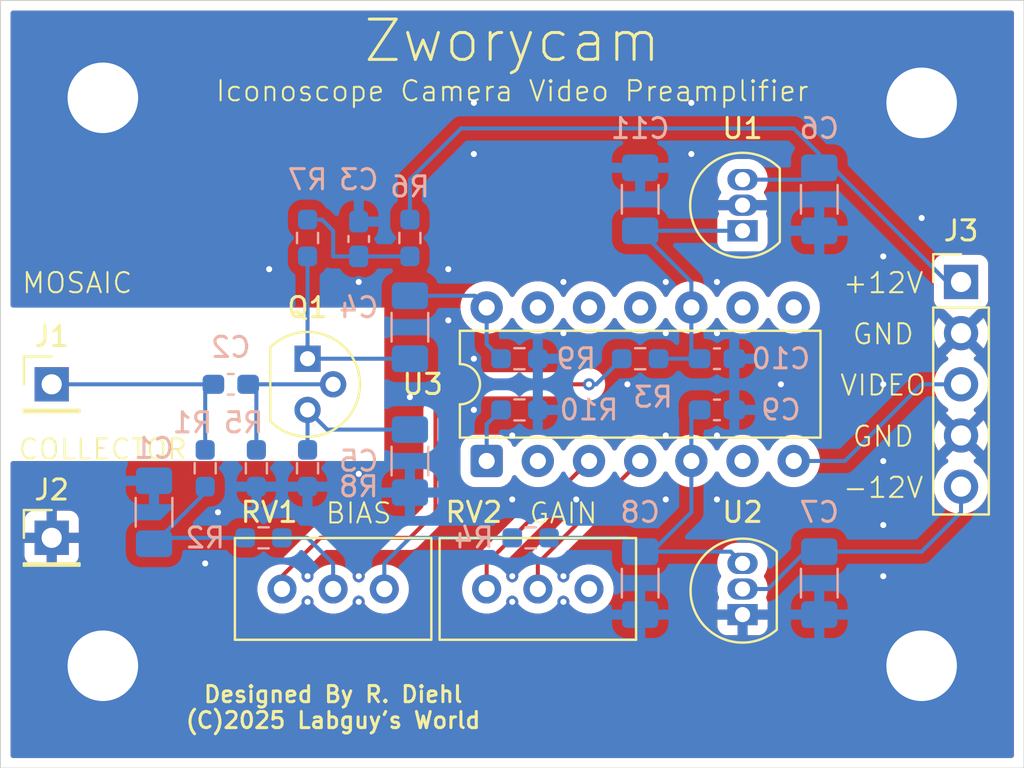
<source format=kicad_pcb>
(kicad_pcb
	(version 20241229)
	(generator "pcbnew")
	(generator_version "9.0")
	(general
		(thickness 1.6)
		(legacy_teardrops no)
	)
	(paper "A")
	(layers
		(0 "F.Cu" signal)
		(2 "B.Cu" signal)
		(9 "F.Adhes" user "F.Adhesive")
		(11 "B.Adhes" user "B.Adhesive")
		(13 "F.Paste" user)
		(15 "B.Paste" user)
		(5 "F.SilkS" user "F.Silkscreen")
		(7 "B.SilkS" user "B.Silkscreen")
		(1 "F.Mask" user)
		(3 "B.Mask" user)
		(17 "Dwgs.User" user "User.Drawings")
		(19 "Cmts.User" user "User.Comments")
		(21 "Eco1.User" user "User.Eco1")
		(23 "Eco2.User" user "User.Eco2")
		(25 "Edge.Cuts" user)
		(27 "Margin" user)
		(31 "F.CrtYd" user "F.Courtyard")
		(29 "B.CrtYd" user "B.Courtyard")
		(35 "F.Fab" user)
		(33 "B.Fab" user)
		(39 "User.1" user)
		(41 "User.2" user)
		(43 "User.3" user)
		(45 "User.4" user)
	)
	(setup
		(pad_to_mask_clearance 0)
		(allow_soldermask_bridges_in_footprints no)
		(tenting front back)
		(pcbplotparams
			(layerselection 0x00000000_00000000_55555555_5755f5ff)
			(plot_on_all_layers_selection 0x00000000_00000000_00000000_00000000)
			(disableapertmacros no)
			(usegerberextensions no)
			(usegerberattributes yes)
			(usegerberadvancedattributes yes)
			(creategerberjobfile yes)
			(dashed_line_dash_ratio 12.000000)
			(dashed_line_gap_ratio 3.000000)
			(svgprecision 4)
			(plotframeref no)
			(mode 1)
			(useauxorigin no)
			(hpglpennumber 1)
			(hpglpenspeed 20)
			(hpglpendiameter 15.000000)
			(pdf_front_fp_property_popups yes)
			(pdf_back_fp_property_popups yes)
			(pdf_metadata yes)
			(pdf_single_document no)
			(dxfpolygonmode yes)
			(dxfimperialunits yes)
			(dxfusepcbnewfont yes)
			(psnegative no)
			(psa4output no)
			(plot_black_and_white yes)
			(sketchpadsonfab no)
			(plotpadnumbers no)
			(hidednponfab no)
			(sketchdnponfab yes)
			(crossoutdnponfab yes)
			(subtractmaskfromsilk no)
			(outputformat 1)
			(mirror no)
			(drillshape 1)
			(scaleselection 1)
			(outputdirectory "")
		)
	)
	(net 0 "")
	(net 1 "Net-(C1-Pad1)")
	(net 2 "GND")
	(net 3 "Net-(Q1-G)")
	(net 4 "Net-(J1-Pin_1)")
	(net 5 "Net-(C3-Pad1)")
	(net 6 "Net-(C4-Pad2)")
	(net 7 "Net-(Q1-D)")
	(net 8 "Net-(Q1-S)")
	(net 9 "Net-(J3-Pin_1)")
	(net 10 "Net-(J3-Pin_5)")
	(net 11 "Net-(U2-VO)")
	(net 12 "Net-(U1-VO)")
	(net 13 "Net-(J3-Pin_3)")
	(net 14 "Net-(R2-Pad2)")
	(net 15 "Net-(R3-Pad2)")
	(net 16 "Net-(R4-Pad1)")
	(net 17 "Net-(R10-Pad1)")
	(net 18 "Net-(U3-1B)")
	(net 19 "Net-(U3-2B)")
	(net 20 "unconnected-(U3-NC-Pad13)")
	(net 21 "unconnected-(U3-NC-Pad2)")
	(net 22 "unconnected-(U3-1A-Pad11)")
	(net 23 "unconnected-(U3-NC-Pad9)")
	(net 24 "unconnected-(U3-Pad8)")
	(net 25 "unconnected-(U3-2A-Pad12)")
	(net 26 "unconnected-(U3-NC-Pad6)")
	(footprint "MountingHole:MountingHole_3.5mm_Pad" (layer "F.Cu") (at 106.68 87.38))
	(footprint "Connector_PinHeader_2.54mm:PinHeader_1x05_P2.54mm_Vertical" (layer "F.Cu") (at 149.275 96.52))
	(footprint "MountingHole:MountingHole_3.5mm_Pad" (layer "F.Cu") (at 147.32 87.63))
	(footprint "Package_TO_SOT_THT:TO-92" (layer "F.Cu") (at 116.84 100.33 -90))
	(footprint "MountingHole:MountingHole_3.5mm_Pad" (layer "F.Cu") (at 106.68 115.57))
	(footprint "Potentiometer_THT:Potentiometer_Bourns_3296W_Vertical" (layer "F.Cu") (at 125.73 111.76 180))
	(footprint "Connector_PinHeader_2.54mm:PinHeader_1x01_P2.54mm_Vertical" (layer "F.Cu") (at 104.14 109.22))
	(footprint "Connector_PinHeader_2.54mm:PinHeader_1x01_P2.54mm_Vertical" (layer "F.Cu") (at 104.14 101.6))
	(footprint "MountingHole:MountingHole_3.5mm_Pad" (layer "F.Cu") (at 147.32 115.57))
	(footprint "Potentiometer_THT:Potentiometer_Bourns_3296W_Vertical" (layer "F.Cu") (at 115.57 111.76 180))
	(footprint "Package_DIP:DIP-14_W7.62mm" (layer "F.Cu") (at 125.73 105.405 90))
	(footprint "Package_TO_SOT_THT:TO-92L_Inline" (layer "F.Cu") (at 138.43 113.03 90))
	(footprint "Package_TO_SOT_THT:TO-92_Inline" (layer "F.Cu") (at 138.43 93.98 90))
	(footprint "Capacitor_SMD:C_1206_3216Metric_Pad1.33x1.80mm_HandSolder" (layer "B.Cu") (at 133.35 111.4675 90))
	(footprint "Capacitor_SMD:C_1206_3216Metric_Pad1.33x1.80mm_HandSolder" (layer "B.Cu") (at 142.24 111.4675 90))
	(footprint "Capacitor_SMD:C_0603_1608Metric_Pad1.08x0.95mm_HandSolder" (layer "B.Cu") (at 137.16 102.87 180))
	(footprint "Resistor_SMD:R_0603_1608Metric_Pad0.98x0.95mm_HandSolder" (layer "B.Cu") (at 121.92 94.3375 -90))
	(footprint "Resistor_SMD:R_0603_1608Metric_Pad0.98x0.95mm_HandSolder" (layer "B.Cu") (at 116.84 105.7675 -90))
	(footprint "Capacitor_SMD:C_0603_1608Metric_Pad1.08x0.95mm_HandSolder" (layer "B.Cu") (at 119.38 94.3875 90))
	(footprint "Resistor_SMD:R_0603_1608Metric_Pad0.98x0.95mm_HandSolder" (layer "B.Cu") (at 127.9125 109.22))
	(footprint "Capacitor_SMD:C_1206_3216Metric_Pad1.33x1.80mm_HandSolder" (layer "B.Cu") (at 133.35 92.4175 90))
	(footprint "Capacitor_SMD:C_1206_3216Metric_Pad1.33x1.80mm_HandSolder" (layer "B.Cu") (at 121.92 105.41 -90))
	(footprint "Capacitor_SMD:C_0603_1608Metric_Pad1.08x0.95mm_HandSolder" (layer "B.Cu") (at 137.16 100.33 180))
	(footprint "Resistor_SMD:R_0603_1608Metric_Pad0.98x0.95mm_HandSolder" (layer "B.Cu") (at 127.3575 102.87))
	(footprint "Resistor_SMD:R_0603_1608Metric_Pad0.98x0.95mm_HandSolder" (layer "B.Cu") (at 114.3 105.7675 -90))
	(footprint "Capacitor_SMD:C_1206_3216Metric_Pad1.33x1.80mm_HandSolder" (layer "B.Cu") (at 142.24 92.4175 -90))
	(footprint "Resistor_SMD:R_0603_1608Metric_Pad0.98x0.95mm_HandSolder" (layer "B.Cu") (at 116.84 94.3375 -90))
	(footprint "Resistor_SMD:R_0603_1608Metric_Pad0.98x0.95mm_HandSolder" (layer "B.Cu") (at 114.6575 109.22))
	(footprint "Capacitor_SMD:C_1206_3216Metric_Pad1.33x1.80mm_HandSolder" (layer "B.Cu") (at 121.92 98.7675 90))
	(footprint "Resistor_SMD:R_0603_1608Metric_Pad0.98x0.95mm_HandSolder" (layer "B.Cu") (at 127.3575 100.33))
	(footprint "Capacitor_SMD:C_0603_1608Metric_Pad1.08x0.95mm_HandSolder" (layer "B.Cu") (at 113.03 101.6))
	(footprint "Resistor_SMD:R_0603_1608Metric_Pad0.98x0.95mm_HandSolder" (layer "B.Cu") (at 133.35 100.33 180))
	(footprint "Capacitor_SMD:C_1206_3216Metric_Pad1.33x1.80mm_HandSolder" (layer "B.Cu") (at 109.22 107.95 90))
	(footprint "Resistor_SMD:R_0603_1608Metric_Pad0.98x0.95mm_HandSolder" (layer "B.Cu") (at 111.76 105.7675 -90))
	(gr_line
		(start 101.6 82.55)
		(end 101.6 120.65)
		(stroke
			(width 0.05)
			(type default)
		)
		(layer "Edge.Cuts")
		(uuid "08f7812d-d808-4ae1-8a7f-130c60b56d3b")
	)
	(gr_line
		(start 152.4 120.65)
		(end 152.4 101.6)
		(stroke
			(width 0.05)
			(type default)
		)
		(layer "Edge.Cuts")
		(uuid "27f4e402-76f9-4f3f-a274-27370cb0861b")
	)
	(gr_line
		(start 101.6 120.65)
		(end 152.4 120.65)
		(stroke
			(width 0.05)
			(type default)
		)
		(layer "Edge.Cuts")
		(uuid "63de0f25-526c-450b-8808-50837d7e9ed7")
	)
	(gr_line
		(start 152.4 82.55)
		(end 101.6 82.55)
		(stroke
			(width 0.05)
			(type default)
		)
		(layer "Edge.Cuts")
		(uuid "bcf6ce97-2c11-4b48-b9dc-633feffe2a3f")
	)
	(gr_line
		(start 152.4 101.6)
		(end 152.4 82.55)
		(stroke
			(width 0.05)
			(type default)
		)
		(layer "Edge.Cuts")
		(uuid "f5072b3f-4ab5-4317-9a0c-06180e422b3e")
	)
	(gr_text "-12V"
		(at 145.415 107.315 0)
		(layer "F.SilkS")
		(uuid "382f8230-10c8-4de0-9fa0-1389dd368831")
		(effects
			(font
				(size 1 1)
				(thickness 0.1)
			)
			(justify bottom)
		)
	)
	(gr_text "Zworycam"
		(at 127 85.725 0)
		(layer "F.SilkS")
		(uuid "4e11e959-fe10-4fed-aeb8-790e53c30ebf")
		(effects
			(font
				(size 2 2)
				(thickness 0.15)
			)
			(justify bottom)
		)
	)
	(gr_text "Designed By R. Diehl\n(C)2025 Labguy's World"
		(at 118.11 118.745 0)
		(layer "F.SilkS")
		(uuid "6e0d639b-6563-4323-a4c3-9aefb9020f15")
		(effects
			(font
				(size 0.8 0.8)
				(thickness 0.15)
				(bold yes)
			)
			(justify bottom)
		)
	)
	(gr_text "COLLECTOR"
		(at 106.68 105.41 0)
		(layer "F.SilkS")
		(uuid "866eeb64-1ca6-442a-997c-fb8eb600cc77")
		(effects
			(font
				(size 1 1)
				(thickness 0.1)
			)
			(justify bottom)
		)
	)
	(gr_text "BIAS"
		(at 119.38 108.585 0)
		(layer "F.SilkS")
		(uuid "9728bf16-da9a-4c59-b652-2b9f2925de0b")
		(effects
			(font
				(size 1 1)
				(thickness 0.1)
			)
			(justify bottom)
		)
	)
	(gr_text "GND"
		(at 145.415 104.775 0)
		(layer "F.SilkS")
		(uuid "a6445ed9-f273-4192-8910-112f67278684")
		(effects
			(font
				(size 1 1)
				(thickness 0.1)
			)
			(justify bottom)
		)
	)
	(gr_text "GAIN"
		(at 129.54 108.585 0)
		(layer "F.SilkS")
		(uuid "a861612a-73dc-44cd-9c55-5dfea9c372db")
		(effects
			(font
				(size 1 1)
				(thickness 0.1)
			)
			(justify bottom)
		)
	)
	(gr_text "GND"
		(at 145.415 99.695 0)
		(layer "F.SilkS")
		(uuid "b1062896-e065-4932-9eae-71f08beace81")
		(effects
			(font
				(size 1 1)
				(thickness 0.1)
			)
			(justify bottom)
		)
	)
	(gr_text "MOSAIC"
		(at 105.41 97.155 0)
		(layer "F.SilkS")
		(uuid "b356df9b-b133-4132-8681-ee108559b93a")
		(effects
			(font
				(size 1 1)
				(thickness 0.1)
			)
			(justify bottom)
		)
	)
	(gr_text "Iconoscope Camera Video Preamplifier"
		(at 127 87.63 0)
		(layer "F.SilkS")
		(uuid "bbd93e4c-164e-4a66-88df-e1f692313949")
		(effects
			(font
				(size 1 1)
				(thickness 0.1)
			)
			(justify bottom)
		)
	)
	(gr_text "VIDEO"
		(at 145.415 102.235 0)
		(layer "F.SilkS")
		(uuid "f3d54c42-8b75-4b08-ab79-6276247b5a00")
		(effects
			(font
				(size 1 1)
				(thickness 0.1)
			)
			(justify bottom)
		)
	)
	(gr_text "+12V"
		(at 145.415 97.155 0)
		(layer "F.SilkS")
		(uuid "fdb59220-29f1-45d2-a911-b410855ad972")
		(effects
			(font
				(size 1 1)
				(thickness 0.1)
			)
			(justify bottom)
		)
	)
	(segment
		(start 113.745 109.22)
		(end 109.5125 109.22)
		(width 0.2)
		(layer "B.Cu")
		(net 1)
		(uuid "1fff430d-d0b3-43c1-afa6-57ece1a09608")
	)
	(segment
		(start 109.5125 109.22)
		(end 109.22 109.5125)
		(width 0.2)
		(layer "B.Cu")
		(net 1)
		(uuid "8575d5fe-5ff0-4f21-916d-229b6a14fa74")
	)
	(segment
		(start 109.22 109.5125)
		(end 111.76 106.9725)
		(width 0.2)
		(layer "B.Cu")
		(net 1)
		(uuid "bfb2b65f-5baa-43f1-9dd4-81ccd12738e8")
	)
	(segment
		(start 111.76 106.9725)
		(end 111.76 106.68)
		(width 0.2)
		(layer "B.Cu")
		(net 1)
		(uuid "e59efd24-cf66-4e09-add9-85f5066c7072")
	)
	(via
		(at 127 107.315)
		(size 0.6)
		(drill 0.3)
		(layers "F.Cu" "B.Cu")
		(free yes)
		(net 2)
		(uuid "046dd23a-b882-433d-8a9c-dee1990bc679")
	)
	(via
		(at 134.62 104.14)
		(size 0.6)
		(drill 0.3)
		(layers "F.Cu" "B.Cu")
		(free yes)
		(net 2)
		(uuid "09d89bd7-88e5-4f03-a2b2-b5c4181b0211")
	)
	(via
		(at 127 104.14)
		(size 0.6)
		(drill 0.3)
		(layers "F.Cu" "B.Cu")
		(free yes)
		(net 2)
		(uuid "0ca07af0-6a31-40a9-90e9-bf91d6264fdd")
	)
	(via
		(at 130.175 107.315)
		(size 0.6)
		(drill 0.3)
		(layers "F.Cu" "B.Cu")
		(free yes)
		(net 2)
		(uuid "0df8d899-9b3f-4cb4-978a-5772c0e0aaf1")
	)
	(via
		(at 129.54 99.06)
		(size 0.6)
		(drill 0.3)
		(layers "F.Cu" "B.Cu")
		(free yes)
		(net 2)
		(uuid "0e1dd54b-f4b8-4087-9658-05979d6b4422")
	)
	(via
		(at 132.715 101.6)
		(size 0.6)
		(drill 0.3)
		(layers "F.Cu" "B.Cu")
		(free yes)
		(net 2)
		(uuid "1198e7eb-093f-4726-a8a3-6c69d870b92b")
	)
	(via
		(at 145.415 101.6)
		(size 0.6)
		(drill 0.3)
		(layers "F.Cu" "B.Cu")
		(free yes)
		(net 2)
		(uuid "13b62900-2cc5-436c-81cc-f1622e7f7aa7")
	)
	(via
		(at 116.84 111.125)
		(size 0.6)
		(drill 0.3)
		(layers "F.Cu" "B.Cu")
		(free yes)
		(net 2)
		(uuid "15c9ecc4-7565-4cf3-bb6b-6a25879648bc")
	)
	(via
		(at 145.415 108.585)
		(size 0.6)
		(drill 0.3)
		(layers "F.Cu" "B.Cu")
		(free yes)
		(net 2)
		(uuid "23bc0406-89e3-40cb-a691-67ec59c18ea7")
	)
	(via
		(at 145.415 105.41)
		(size 0.6)
		(drill 0.3)
		(layers "F.Cu" "B.Cu")
		(free yes)
		(net 2)
		(uuid "25480e23-d751-4872-b4d1-91040defc0b5")
	)
	(via
		(at 129.54 112.395)
		(size 0.6)
		(drill 0.3)
		(layers "F.Cu" "B.Cu")
		(free yes)
		(net 2)
		(uuid "2ae3554c-ce3c-4aec-b4d0-c81db3f282de")
	)
	(via
		(at 134.62 96.52)
		(size 0.6)
		(drill 0.3)
		(layers "F.Cu" "B.Cu")
		(free yes)
		(net 2)
		(uuid "356f2cf0-ec1e-4acc-b056-b16b83f87ada")
	)
	(via
		(at 116.84 112.395)
		(size 0.6)
		(drill 0.3)
		(layers "F.Cu" "B.Cu")
		(free yes)
		(net 2)
		(uuid "3590aa76-0569-4b71-a780-cdda6895f705")
	)
	(via
		(at 112.395 107.95)
		(size 0.6)
		(drill 0.3)
		(layers "F.Cu" "B.Cu")
		(free yes)
		(net 2)
		(uuid "47d74d87-7f4f-4dbe-ba00-462c5917cfd0")
	)
	(via
		(at 125.095 87.63)
		(size 0.6)
		(drill 0.3)
		(layers "F.Cu" "B.Cu")
		(free yes)
		(net 2)
		(uuid "5207e891-5949-4ecf-a16c-fb6abe8d493d")
	)
	(via
		(at 145.415 111.125)
		(size 0.6)
		(drill 0.3)
		(layers "F.Cu" "B.Cu")
		(free yes)
		(net 2)
		(uuid "525bc581-04d4-4d06-be35-b3a56354ea8b")
	)
	(via
		(at 121.92 102.235)
		(size 0.6)
		(drill 0.3)
		(layers "F.Cu" "B.Cu")
		(free yes)
		(net 2)
		(uuid "569bf8b0-c1ba-4e16-b566-0d33bb732076")
	)
	(via
		(at 147.32 93.345)
		(size 0.6)
		(drill 0.3)
		(layers "F.Cu" "B.Cu")
		(free yes)
		(net 2)
		(uuid "5ab8b59c-c237-45c3-a862-9fec4d0aa5f0")
	)
	(via
		(at 137.16 104.14)
		(size 0.6)
		(drill 0.3)
		(layers "F.Cu" "B.Cu")
		(free yes)
		(net 2)
		(uuid "5f1df0e0-847f-4a63-90e4-ba83a3e12886")
	)
	(via
		(at 111.76 110.49)
		(size 0.6)
		(drill 0.3)
		(layers "F.Cu" "B.Cu")
		(free yes)
		(net 2)
		(uuid "6117c49f-f4fb-4b8c-860a-495e0f6a66ab")
	)
	(via
		(at 129.54 96.52)
		(size 0.6)
		(drill 0.3)
		(layers "F.Cu" "B.Cu")
		(free yes)
		(net 2)
		(uuid "650bdc61-ece5-4b2d-a504-6c69df17a549")
	)
	(via
		(at 145.415 95.25)
		(size 0.6)
		(drill 0.3)
		(layers "F.Cu" "B.Cu")
		(free yes)
		(net 2)
		(uuid "6a0ea192-31d8-4d74-a499-6531f1c27c11")
	)
	(via
		(at 127 112.395)
		(size 0.6)
		(drill 0.3)
		(layers "F.Cu" "B.Cu")
		(free yes)
		(net 2)
		(uuid "70cbaa7b-f90c-4762-b338-dba154112db8")
	)
	(via
		(at 129.54 111.125)
		(size 0.6)
		(drill 0.3)
		(layers "F.Cu" "B.Cu")
		(free yes)
		(net 2)
		(uuid "74804e06-ab0f-46ce-b880-b0fe61649079")
	)
	(via
		(at 119.38 96.52)
		(size 0.6)
		(drill 0.3)
		(layers "F.Cu" "B.Cu")
		(free yes)
		(net 2)
		(uuid "76421eee-aced-4119-807b-14cc046abb41")
	)
	(via
		(at 114.935 95.885)
		(size 0.6)
		(drill 0.3)
		(layers "F.Cu" "B.Cu")
		(free yes)
		(net 2)
		(uuid "79b8c451-b6d5-40ed-a140-86e5740376bc")
	)
	(via
		(at 123.825 98.425)
		(size 0.6)
		(drill 0.3)
		(layers "F.Cu" "B.Cu")
		(free yes)
		(net 2)
		(uuid "7a11f7f7-d9fb-4175-9b00-5d84ae2d0ded")
	)
	(via
		(at 125.095 102.87)
		(size 0.6)
		(drill 0.3)
		(layers "F.Cu" "B.Cu")
		(free yes)
		(net 2)
		(uuid "7b325c64-5876-4f89-bcc0-8ec5c1381f6a")
	)
	(via
		(at 125.095 100.33)
		(size 0.6)
		(drill 0.3)
		(layers "F.Cu" "B.Cu")
		(free yes)
		(net 2)
		(uuid "7c89dc81-8414-46d2-946f-adb2d0bb10db")
	)
	(via
		(at 119.38 106.045)
		(size 0.6)
		(drill 0.3)
		(layers "F.Cu" "B.Cu")
		(free yes)
		(net 2)
		(uuid "89c29dc3-f264-46a2-b9e3-001cd2849689")
	)
	(via
		(at 125.095 90.17)
		(size 0.6)
		(drill 0.3)
		(layers "F.Cu" "B.Cu")
		(free yes)
		(net 2)
		(uuid "9561d6ce-fe78-4a60-b831-05548e86aa43")
	)
	(via
		(at 134.62 99.06)
		(size 0.6)
		(drill 0.3)
		(layers "F.Cu" "B.Cu")
		(free yes)
		(net 2)
		(uuid "99ab3fd0-236d-47ea-9d45-2fbf43d97587")
	)
	(via
		(at 119.38 112.395)
		(size 0.6)
		(drill 0.3)
		(layers "F.Cu" "B.Cu")
		(free yes)
		(net 2)
		(uuid "9a264954-c6c5-4850-a2c6-92da9186195a")
	)
	(via
		(at 123.825 95.885)
		(size 0.6)
		(drill 0.3)
		(layers "F.Cu" "B.Cu")
		(free yes)
		(net 2)
		(uuid "9c893e45-7783-428c-bd82-f107aa8b6925")
	)
	(via
		(at 135.89 87.63)
		(size 0.6)
		(drill 0.3)
		(layers "F.Cu" "B.Cu")
		(free yes)
		(net 2)
		(uuid "9e96a630-21b9-422c-b683-8c748318271a")
	)
	(via
		(at 134.62 107.315)
		(size 0.6)
		(drill 0.3)
		(layers "F.Cu" "B.Cu")
		(free yes)
		(net 2)
		(uuid "a39daf8c-cffe-418b-8b90-f733e9cbbc74")
	)
	(via
		(at 135.89 90.17)
		(size 0.6)
		(drill 0.3)
		(layers "F.Cu" "B.Cu")
		(free yes)
		(net 2)
		(uuid "bde2105a-b07c-4f45-953c-6cd856871ba9")
	)
	(via
		(at 137.16 99.06)
		(size 0.6)
		(drill 0.3)
		(layers "F.Cu" "B.Cu")
		(free yes)
		(net 2)
		(uuid "cc6dd99e-1116-4a31-a1db-0bbfc1bb7435")
	)
	(via
		(at 137.16 107.315)
		(size 0.6)
		(drill 0.3)
		(layers "F.Cu" "B.Cu")
		(free yes)
		(net 2)
		(uuid "d5d8c879-50b8-4ae9-91ea-4f590ee5e072")
	)
	(via
		(at 140.335 101.6)
		(size 0.6)
		(drill 0.3)
		(layers "F.Cu" "B.Cu")
		(free yes)
		(net 2)
		(uuid "e15602c2-5ca2-47c9-9d50-5f90cb7b1ec1")
	)
	(via
		(at 119.38 111.125)
		(size 0.6)
		(drill 0.3)
		(layers "F.Cu" "B.Cu")
		(free yes)
		(net 2)
		(uuid "e5f72eec-481f-4004-b544-040c5a9e4ce5")
	)
	(via
		(at 127 111.125)
		(size 0.6)
		(drill 0.3)
		(layers "F.Cu" "B.Cu")
		(free yes)
		(net 2)
		(uuid "ee1419b6-1168-471b-b53d-c6e06099c76d")
	)
	(via
		(at 137.16 96.52)
		(size 0.6)
		(drill 0.3)
		(layers "F.Cu" "B.Cu")
		(free yes)
		(net 2)
		(uuid "fdabfb19-945a-48ef-8976-963b6a778fda")
	)
	(segment
		(start 138.43 92.71)
		(end 139.7 92.71)
		(width 0.2)
		(layer "B.Cu")
		(net 2)
		(uuid "365736f8-8ede-44f2-b899-28a0c6638ce4")
	)
	(segment
		(start 140.97 93.98)
		(end 142.24 93.98)
		(width 0.2)
		(layer "B.Cu")
		(net 2)
		(uuid "6cef972b-7a6c-42fe-a283-9e3b4d775abc")
	)
	(segment
		(start 135.305 90.855)
		(end 133.35 90.855)
		(width 0.2)
		(layer "B.Cu")
		(net 2)
		(uuid "751646e3-3a81-4f13-a7c8-8dd7c451cc82")
	)
	(segment
		(start 139.7 92.71)
		(end 140.97 93.98)
		(width 0.2)
		(layer "B.Cu")
		(net 2)
		(uuid "aa2061f0-9cf1-473a-aea1-f70ad6741d83")
	)
	(segment
		(start 137.16 92.71)
		(end 135.305 90.855)
		(width 0.2)
		(layer "B.Cu")
		(net 2)
		(uuid "b0f299f8-2b6f-4f0c-ac0b-ce97a0578169")
	)
	(segment
		(start 138.43 92.71)
		(end 137.16 92.71)
		(width 0.2)
		(layer "B.Cu")
		(net 2)
		(uuid "fc6cc2fc-0915-4edb-b2f7-71b2637768ee")
	)
	(segment
		(start 114.3 102.0075)
		(end 113.8925 101.6)
		(width 0.2)
		(layer "B.Cu")
		(net 3)
		(uuid "1cb6cb99-a9f6-4300-9484-8c045c66f855")
	)
	(segment
		(start 114.3 104.855)
		(end 114.3 102.0075)
		(width 0.2)
		(layer "B.Cu")
		(net 3)
		(uuid "a73fc8b0-072d-4654-b9aa-dfb52e1b4371")
	)
	(segment
		(start 113.8925 101.6)
		(end 118.11 101.6)
		(width 0.2)
		(layer "B.Cu")
		(net 3)
		(uuid "dcef0fef-816e-4444-b56b-2657ea13a03d")
	)
	(segment
		(start 111.76 104.855)
		(end 111.76 102.0075)
		(width 0.2)
		(layer "B.Cu")
		(net 4)
		(uuid "482c7e72-c722-4b38-a546-39f6d1d726c0")
	)
	(segment
		(start 104.14 101.6)
		(end 112.1675 101.6)
		(width 0.2)
		(layer "B.Cu")
		(net 4)
		(uuid "512c49d5-76f9-495b-8198-8edcda2f423b")
	)
	(segment
		(start 111.76 102.0075)
		(end 112.1675 101.6)
		(width 0.2)
		(layer "B.Cu")
		(net 4)
		(uuid "aac5eb91-f3cc-4c35-b57c-0b1fde124bd6")
	)
	(segment
		(start 118.11 95.25)
		(end 118.11 93.98)
		(width 0.2)
		(layer "B.Cu")
		(net 5)
		(uuid "294ae5aa-ce96-4c7e-bf1b-0b9043887884")
	)
	(segment
		(start 118.11 93.98)
		(end 117.555 93.425)
		(width 0.2)
		(layer "B.Cu")
		(net 5)
		(uuid "376d3944-2147-43ed-a7ff-69f41351befc")
	)
	(segment
		(start 119.38 95.25)
		(end 118.11 95.25)
		(width 0.2)
		(layer "B.Cu")
		(net 5)
		(uuid "67e63692-dc40-484e-bf43-1754749bec1f")
	)
	(segment
		(start 121.92 95.25)
		(end 119.38 95.25)
		(width 0.2)
		(layer "B.Cu")
		(net 5)
		(uuid "91a75a40-f82c-438a-abfa-21901eedf7bf")
	)
	(segment
		(start 117.555 93.425)
		(end 116.84 93.425)
		(width 0.2)
		(layer "B.Cu")
		(net 5)
		(uuid "ba707b42-3d75-4808-9c58-af4658ab79da")
	)
	(segment
		(start 125.15 97.205)
		(end 125.73 97.785)
		(width 0.2)
		(layer "B.Cu")
		(net 6)
		(uuid "aa48c248-af91-4976-a9e7-f9e2bc8ae0d8")
	)
	(segment
		(start 125.73 97.785)
		(end 125.73 99.615)
		(width 0.2)
		(layer "B.Cu")
		(net 6)
		(uuid "c186b679-98a3-4063-976d-3da5ecfb5e46")
	)
	(segment
		(start 125.73 99.615)
		(end 126.445 100.33)
		(width 0.2)
		(layer "B.Cu")
		(net 6)
		(uuid "ca6a1647-86a0-40ae-9de3-6a02a8831356")
	)
	(segment
		(start 121.92 97.205)
		(end 125.15 97.205)
		(width 0.2)
		(layer "B.Cu")
		(net 6)
		(uuid "f60baf67-5dc5-421b-81b5-0e34d8770da2")
	)
	(segment
		(start 116.84 100.33)
		(end 121.92 100.33)
		(width 0.2)
		(layer "B.Cu")
		(net 7)
		(uuid "3023e568-7edc-4bff-9913-880a61df82de")
	)
	(segment
		(start 116.84 100.33)
		(end 116.84 95.25)
		(width 0.2)
		(layer "B.Cu")
		(net 7)
		(uuid "68e30e4f-afb8-4489-b003-223e3ce48403")
	)
	(segment
		(start 121.92 103.8475)
		(end 117.8175 103.8475)
		(width 0.2)
		(layer "B.Cu")
		(net 8)
		(uuid "727af46d-9581-46cb-b10e-2902b166717f")
	)
	(segment
		(start 116.84 102.87)
		(end 116.84 104.855)
		(width 0.2)
		(layer "B.Cu")
		(net 8)
		(uuid "e7ce1f4f-0f80-4d4b-a1d6-c6c2f3a20a1b")
	)
	(segment
		(start 117.8175 103.8475)
		(end 116.84 102.87)
		(width 0.2)
		(layer "B.Cu")
		(net 8)
		(uuid "f673ffb1-d624-4a62-84d5-f5e4af8e6c61")
	)
	(segment
		(start 142.925 90.855)
		(end 148.59 96.52)
		(width 0.2)
		(layer "B.Cu")
		(net 9)
		(uuid "01a2758d-dc55-4d33-9fc4-7e98e7f73a90")
	)
	(segment
		(start 148.59 96.52)
		(end 149.275 96.52)
		(width 0.2)
		(layer "B.Cu")
		(net 9)
		(uuid "2ee86f65-7334-4514-a44b-f1a95e59c0f6")
	)
	(segment
		(start 142.24 90.855)
		(end 142.925 90.855)
		(width 0.2)
		(layer "B.Cu")
		(net 9)
		(uuid "3ff8aaac-441e-4c3f-a392-68e9deda9c3e")
	)
	(segment
		(start 138.43 91.44)
		(end 141.655 91.44)
		(width 0.2)
		(layer "B.Cu")
		(net 9)
		(uuid "4219cb35-aa68-4c4d-a091-bc3e6cddd34d")
	)
	(segment
		(start 124.46 88.9)
		(end 140.97 88.9)
		(width 0.2)
		(layer "B.Cu")
		(net 9)
		(uuid "5841159a-10c6-42be-8b05-b94cba8b81d1")
	)
	(segment
		(start 121.92 91.44)
		(end 124.46 88.9)
		(width 0.2)
		(layer "B.Cu")
		(net 9)
		(uuid "5e180b05-5071-464c-b4f7-4ef5b2fec92e")
	)
	(segment
		(start 141.655 91.44)
		(end 142.24 90.855)
		(width 0.2)
		(layer "B.Cu")
		(net 9)
		(uuid "8fee2236-2814-4340-955f-792c0dee8b0d")
	)
	(segment
		(start 140.97 88.9)
		(end 142.24 90.17)
		(width 0.2)
		(layer "B.Cu")
		(net 9)
		(uuid "945bea1e-0a79-44b0-b0ac-f764197bfb6f")
	)
	(segment
		(start 121.92 93.425)
		(end 121.92 91.44)
		(width 0.2)
		(layer "B.Cu")
		(net 9)
		(uuid "a48cf807-03f7-4200-8a5b-58451e920708")
	)
	(segment
		(start 142.24 90.17)
		(end 142.24 90.855)
		(width 0.2)
		(layer "B.Cu")
		(net 9)
		(uuid "a7bfcb1e-e209-42a1-a2f6-4ccf15ee5082")
	)
	(segment
		(start 149.275 107.95)
		(end 149.275 106.68)
		(width 0.2)
		(layer "B.Cu")
		(net 10)
		(uuid "559c0e7c-9f22-49ac-8fbf-9abae3bca1b2")
	)
	(segment
		(start 142.24 109.905)
		(end 147.32 109.905)
		(width 0.2)
		(layer "B.Cu")
		(net 10)
		(uuid "592dd61d-46ce-4676-beab-3b010601a868")
	)
	(segment
		(start 147.32 109.905)
		(end 149.275 107.95)
		(width 0.2)
		(layer "B.Cu")
		(net 10)
		(uuid "7b6e7425-e5c9-4e8e-9c7d-7674fa0775dd")
	)
	(segment
		(start 139.7 111.76)
		(end 141.555 109.905)
		(width 0.2)
		(layer "B.Cu")
		(net 10)
		(uuid "bf178e0b-e5f2-47fb-868d-2a036e64ad7e")
	)
	(segment
		(start 141.555 109.905)
		(end 142.24 109.905)
		(width 0.2)
		(layer "B.Cu")
		(net 10)
		(uuid "e0211659-e643-436c-a05c-992cc095ecf2")
	)
	(segment
		(start 138.43 111.76)
		(end 139.7 111.76)
		(width 0.2)
		(layer "B.Cu")
		(net 10)
		(uuid "ff1cde3d-19ab-48cd-9756-4f0d82063b8b")
	)
	(segment
		(start 133.35 109.905)
		(end 133.935 109.905)
		(width 0.2)
		(layer "B.Cu")
		(net 11)
		(uuid "0df0eaf1-22ad-4147-8224-affa56b41dc8")
	)
	(segment
		(start 132.665 109.22)
		(end 133.35 109.905)
		(width 0.2)
		(layer "B.Cu")
		(net 11)
		(uuid "3a7352a8-4176-4004-bbd7-18b53fb9dfeb")
	)
	(segment
		(start 135.89 105.405)
		(end 135.89 103.2775)
		(width 0.2)
		(layer "B.Cu")
		(net 11)
		(uuid "41b4f5a2-2c53-40df-99af-a1f347fa26c5")
	)
	(segment
		(start 135.89 103.2775)
		(end 136.2975 102.87)
		(width 0.2)
		(layer "B.Cu")
		(net 11)
		(uuid "5a7067e7-9cd1-4124-9277-cd8fa81f0962")
	)
	(segment
		(start 128.825 109.22)
		(end 132.665 109.22)
		(width 0.2)
		(layer "B.Cu")
		(net 11)
		(uuid "7cbde6aa-c86c-4171-bca7-cb5d7599e058")
	)
	(segment
		(start 135.89 105.405)
		(end 135.89 107.95)
		(width 0.2)
		(layer "B.Cu")
		(net 11)
		(uuid "a15b3b80-3afb-439c-808a-7c616bff9843")
	)
	(segment
		(start 133.35 109.905)
		(end 137.845 109.905)
		(width 0.2)
		(layer "B.Cu")
		(net 11)
		(uuid "b154ab41-9613-4eca-8a3b-2c3ea7d2250f")
	)
	(segment
		(start 133.935 109.905)
		(end 135.89 107.95)
		(width 0.2)
		(layer "B.Cu")
		(net 11)
		(uuid "b94aa815-f5f6-488d-a050-d0175b7a42ee")
	)
	(segment
		(start 137.845 109.905)
		(end 138.43 110.49)
		(width 0.2)
		(layer "B.Cu")
		(net 11)
		(uuid "c9616bef-ea4d-4599-8d1d-ffbffb966dbf")
	)
	(segment
		(start 138.43 93.98)
		(end 133.35 93.98)
		(width 0.2)
		(layer "B.Cu")
		(net 12)
		(uuid "38f8ea11-4a61-48b2-8f79-21963f97d6af")
	)
	(segment
		(start 135.89 96.52)
		(end 133.35 93.98)
		(width 0.2)
		(layer "B.Cu")
		(net 12)
		(uuid "4601d21b-2b7a-455c-b763-3764c016b696")
	)
	(segment
		(start 134.2625 100.33)
		(end 136.2975 100.33)
		(width 0.2)
		(layer "B.Cu")
		(net 12)
		(uuid "48dc150b-ea6b-46bc-9674-1f772f16b7a7")
	)
	(segment
		(start 135.89 99.9225)
		(end 136.2975 100.33)
		(width 0.2)
		(layer "B.Cu")
		(net 12)
		(uuid "68020bb1-773f-4d6e-96ba-3c72f1dbd08f")
	)
	(segment
		(start 135.89 97.785)
		(end 135.89 99.9225)
		(width 0.2)
		(layer "B.Cu")
		(net 12)
		(uuid "79bf3899-554d-4c97-b780-b421d860faad")
	)
	(segment
		(start 135.89 97.785)
		(end 135.89 96.52)
		(width 0.2)
		(layer "B.Cu")
		(net 12)
		(uuid "87c9e3b8-d4ec-4d3e-9791-0fcca9dcd2cc")
	)
	(segment
		(start 147.32 101.6)
		(end 149.275 101.6)
		(width 0.2)
		(layer "B.Cu")
		(net 13)
		(uuid "042a676e-8680-4ff1-9534-e34ebd70c580")
	)
	(segment
		(start 143.505 105.405)
		(end 143.51 105.41)
		(width 0.2)
		(layer "B.Cu")
		(net 13)
		(uuid "1847fa6a-665f-4162-b7d1-6acbf5e30cfc")
	)
	(segment
		(start 143.51 105.41)
		(end 147.32 101.6)
		(width 0.2)
		(layer "B.Cu")
		(net 13)
		(uuid "656d048a-0baf-41b3-8913-6a41818304fb")
	)
	(segment
		(start 140.97 105.405)
		(end 143.505 105.405)
		(width 0.2)
		(layer "B.Cu")
		(net 13)
		(uuid "97bf8178-aa81-4484-a70f-d135066775d7")
	)
	(segment
		(start 118.11 110.49)
		(end 116.84 109.22)
		(width 0.2)
		(layer "B.Cu")
		(net 14)
		(uuid "323d692a-460f-4853-b2b1-c3541b6a82d9")
	)
	(segment
		(start 118.11 111.76)
		(end 118.11 110.49)
		(width 0.2)
		(layer "B.Cu")
		(net 14)
		(uuid "47e93848-acc4-48a8-a389-833eb4afebdc")
	)
	(segment
		(start 116.84 109.22)
		(end 115.57 109.22)
		(width 0.2)
		(layer "B.Cu")
		(net 14)
		(uuid "b37064d7-92b5-4620-ad28-30ba8e32322e")
	)
	(segment
		(start 115.57 111.76)
		(end 115.57 111.125)
		(width 0.2)
		(layer "F.Cu")
		(net 15)
		(uuid "1fdb961a-df82-46db-98be-c716dca5f8c4")
	)
	(segment
		(start 121.92 109.22)
		(end 123.19 107.95)
		(width 0.2)
		(layer "F.Cu")
		(net 15)
		(uuid "2459a08f-ed08-4c04-894e-c4b28c1306ba")
	)
	(segment
		(start 115.57 111.125)
		(end 117.475 109.22)
		(width 0.2)
		(layer "F.Cu")
		(net 15)
		(uuid "49461ac8-0a3f-4a00-9d58-ed4a51f31a66")
	)
	(segment
		(start 117.475 109.22)
		(end 121.92 109.22)
		(width 0.2)
		(layer "F.Cu")
		(net 15)
		(uuid "b7ffc90d-0af8-41ec-8467-db3c90bb3db7")
	)
	(segment
		(start 123.19 102.87)
		(end 124.46 101.6)
		(width 0.2)
		(layer "F.Cu")
		(net 15)
		(uuid "bfcc522a-9e1f-404a-837b-8621895af7ed")
	)
	(segment
		(start 124.46 101.6)
		(end 130.81 101.6)
		(width 0.2)
		(layer "F.Cu")
		(net 15)
		(uuid "e3fd2899-f1c4-4ba2-810e-82a73ccbe939")
	)
	(segment
		(start 123.19 107.95)
		(end 123.19 102.87)
		(width 0.2)
		(layer "F.Cu")
		(net 15)
		(uuid "fe5d7e6c-cce9-4c28-a410-063b68ffa51e")
	)
	(via
		(at 130.81 101.6)
		(size 0.6)
		(drill 0.3)
		(layers "F.Cu" "B.Cu")
		(net 15)
		(uuid "7058361f-97c5-472e-bbbb-57d5b14c4bda")
	)
	(segment
		(start 131.1675 101.6)
		(end 132.4375 100.33)
		(width 0.2)
		(layer "B.Cu")
		(net 15)
		(uuid "0773ad24-6ed3-4528-b696-04b94bb41eb8")
	)
	(segment
		(start 130.81 101.6)
		(end 131.1675 101.6)
		(width 0.2)
		(layer "B.Cu")
		(net 15)
		(uuid "b2207de1-b8dd-4b81-8870-9c32dbf7b84f")
	)
	(segment
		(start 120.65 110.49)
		(end 121.92 109.22)
		(width 0.2)
		(layer "B.Cu")
		(net 16)
		(uuid "20e6993a-03cb-4053-876a-67a2e918313e")
	)
	(segment
		(start 121.92 109.22)
		(end 127 109.22)
		(width 0.2)
		(layer "B.Cu")
		(net 16)
		(uuid "33225059-46d6-4a45-8cf5-a2988c557fb3")
	)
	(segment
		(start 120.65 111.76)
		(end 120.65 110.49)
		(width 0.2)
		(layer "B.Cu")
		(net 16)
		(uuid "540506d1-1b9b-498f-aa74-dc3411edf1ce")
	)
	(segment
		(start 125.73 105.405)
		(end 125.73 103.585)
		(width 0.2)
		(layer "B.Cu")
		(net 17)
		(uuid "0a4949da-6544-4ba1-b833-22fc9b070378")
	)
	(segment
		(start 125.73 103.585)
		(end 126.445 102.87)
		(width 0.2)
		(layer "B.Cu")
		(net 17)
		(uuid "63ee1974-f85f-4d58-bc82-90abe3557529")
	)
	(segment
		(start 128.27 110.485)
		(end 133.35 105.405)
		(width 0.2)
		(layer "F.Cu")
		(net 18)
		(uuid "b352673d-7d7c-417b-89b6-679060240b22")
	)
	(segment
		(start 128.27 111.76)
		(end 128.27 110.485)
		(width 0.2)
		(layer "F.Cu")
		(net 18)
		(uuid "c0ec43ce-281b-4ef0-af26-95b4fb0ab583")
	)
	(segment
		(start 125.73 111.76)
		(end 125.73 110.485)
		(width 0.2)
		(layer "F.Cu")
		(net 19)
		(uuid "0139cc35-1720-478b-8c27-fdff9292d0fd")
	)
	(segment
		(start 125.73 110.485)
		(end 130.81 105.405)
		(width 0.2)
		(layer "F.Cu")
		(net 19)
		(uuid "84c48886-945d-461b-90c0-2c8621d94cff")
	)
	(zone
		(net 2)
		(net_name "GND")
		(layer "F.Cu")
		(uuid "843154d1-9c3c-440b-a460-b5e374f0fa90")
		(hatch edge 0.5)
		(connect_pads
			(clearance 0.5)
		)
		(min_thickness 0.25)
		(filled_areas_thickness no)
		(fill yes
			(thermal_gap 0.5)
			(thermal_bridge_width 0.5)
		)
		(polygon
			(pts
				(xy 101.6 82.55) (xy 152.4 82.55) (xy 152.4 120.65) (xy 101.6 120.65) (xy 101.6 105.41) (xy 120.65 105.41)
				(xy 120.65 97.79) (xy 101.6 97.79)
			)
		)
		(filled_polygon
			(layer "F.Cu")
			(pts
				(xy 130.491151 106.668825) (xy 130.505466 106.673477) (xy 130.707648 106.7055) (xy 130.707649 106.7055)
				(xy 130.900902 106.7055) (xy 130.967941 106.725185) (xy 131.013696 106.777989) (xy 131.02364 106.847147)
				(xy 130.994615 106.910703) (xy 130.988583 106.917181) (xy 127.789481 110.116282) (xy 127.78948 110.116284)
				(xy 127.746413 110.19088) (xy 127.739361 110.203094) (xy 127.739359 110.203096) (xy 127.710425 110.253209)
				(xy 127.710424 110.25321) (xy 127.710423 110.253215) (xy 127.669499 110.405943) (xy 127.669499 110.405945)
				(xy 127.669499 110.574046) (xy 127.6695 110.574059) (xy 127.6695 110.624486) (xy 127.649815 110.691525)
				(xy 127.618386 110.724804) (xy 127.474896 110.829056) (xy 127.339057 110.964895) (xy 127.339057 110.964896)
				(xy 127.339055 110.964898) (xy 127.306067 111.010302) (xy 127.226135 111.120318) (xy 127.138916 111.291493)
				(xy 127.117931 111.356081) (xy 127.078494 111.413756) (xy 127.014135 111.440955) (xy 126.945289 111.429041)
				(xy 126.893813 111.381797) (xy 126.882069 111.356081) (xy 126.861083 111.291493) (xy 126.811352 111.193891)
				(xy 126.773865 111.120319) (xy 126.660945 110.964898) (xy 126.525102 110.829055) (xy 126.521181 110.826206)
				(xy 126.474637 110.792389) (xy 126.431971 110.737059) (xy 126.425993 110.667446) (xy 126.458599 110.605651)
				(xy 126.459768 110.604465) (xy 130.365158 106.699075) (xy 130.426479 106.665592)
			)
		)
		(filled_polygon
			(layer "F.Cu")
			(pts
				(xy 151.842539 83.070185) (xy 151.888294 83.122989) (xy 151.8995 83.1745) (xy 151.8995 120.0255)
				(xy 151.879815 120.092539) (xy 151.827011 120.138294) (xy 151.7755 120.1495) (xy 102.2245 120.1495)
				(xy 102.157461 120.129815) (xy 102.111706 120.077011) (xy 102.1005 120.0255) (xy 102.1005 111.663945)
				(xy 114.3495 111.663945) (xy 114.3495 111.856054) (xy 114.379553 112.045802) (xy 114.438916 112.228506)
				(xy 114.525085 112.39762) (xy 114.526135 112.399681) (xy 114.639055 112.555102) (xy 114.774898 112.690945)
				(xy 114.930319 112.803865) (xy 115.090055 112.885255) (xy 115.101493 112.891083) (xy 115.192845 112.920764)
				(xy 115.284199 112.950447) (xy 115.473945 112.9805) (xy 115.473946 112.9805) (xy 115.666054 112.9805)
				(xy 115.666055 112.9805) (xy 115.855801 112.950447) (xy 116.038509 112.891082) (xy 116.209681 112.803865)
				(xy 116.365102 112.690945) (xy 116.500945 112.555102) (xy 116.613865 112.399681) (xy 116.701082 112.228509)
				(xy 116.711439 112.196634) (xy 116.722069 112.163919) (xy 116.761506 112.106243) (xy 116.825864 112.079044)
				(xy 116.894711 112.090958) (xy 116.946187 112.138202) (xy 116.957931 112.163919) (xy 116.978915 112.228504)
				(xy 117.065085 112.39762) (xy 117.066135 112.399681) (xy 117.179055 112.555102) (xy 117.314898 112.690945)
				(xy 117.470319 112.803865) (xy 117.630055 112.885255) (xy 117.641493 112.891083) (xy 117.732845 112.920764)
				(xy 117.824199 112.950447) (xy 118.013945 112.9805) (xy 118.013946 112.9805) (xy 118.206054 112.9805)
				(xy 118.206055 112.9805) (xy 118.395801 112.950447) (xy 118.578509 112.891082) (xy 118.749681 112.803865)
				(xy 118.905102 112.690945) (xy 119.040945 112.555102) (xy 119.153865 112.399681) (xy 119.241082 112.228509)
				(xy 119.251439 112.196634) (xy 119.262069 112.163919) (xy 119.301506 112.106243) (xy 119.365864 112.079044)
				(xy 119.434711 112.090958) (xy 119.486187 112.138202) (xy 119.497931 112.163919) (xy 119.518915 112.228504)
				(xy 119.605085 112.39762) (xy 119.606135 112.399681) (xy 119.719055 112.555102) (xy 119.854898 112.690945)
				(xy 120.010319 112.803865) (xy 120.170055 112.885255) (xy 120.181493 112.891083) (xy 120.272845 112.920764)
				(xy 120.364199 112.950447) (xy 120.553945 112.9805) (xy 120.553946 112.9805) (xy 120.746054 112.9805)
				(xy 120.746055 112.9805) (xy 120.935801 112.950447) (xy 121.118509 112.891082) (xy 121.289681 112.803865)
				(xy 121.445102 112.690945) (xy 121.580945 112.555102) (xy 121.693865 112.399681) (xy 121.781082 112.228509)
				(xy 121.840447 112.045801) (xy 121.8705 111.856055) (xy 121.8705 111.663945) (xy 121.840447 111.474199)
				(xy 121.810424 111.381797) (xy 121.781083 111.291493) (xy 121.731352 111.193891) (xy 121.693865 111.120319)
				(xy 121.580945 110.964898) (xy 121.445102 110.829055) (xy 121.289681 110.716135) (xy 121.118506 110.628916)
				(xy 120.935802 110.569553) (xy 120.827161 110.552346) (xy 120.746055 110.5395) (xy 120.553945 110.5395)
				(xy 120.490696 110.549517) (xy 120.364197 110.569553) (xy 120.181493 110.628916) (xy 120.010318 110.716135)
				(xy 119.921645 110.78056) (xy 119.854898 110.829055) (xy 119.854896 110.829057) (xy 119.854895 110.829057)
				(xy 119.719057 110.964895) (xy 119.719057 110.964896) (xy 119.719055 110.964898) (xy 119.686067 111.010302)
				(xy 119.606135 111.120318) (xy 119.518916 111.291493) (xy 119.497931 111.356081) (xy 119.458494 111.413756)
				(xy 119.394135 111.440955) (xy 119.325289 111.429041) (xy 119.273813 111.381797) (xy 119.262069 111.356081)
				(xy 119.241083 111.291493) (xy 119.191352 111.193891) (xy 119.153865 111.120319) (xy 119.040945 110.964898)
				(xy 118.905102 110.829055) (xy 118.749681 110.716135) (xy 118.578506 110.628916) (xy 118.395802 110.569553)
				(xy 118.287161 110.552346) (xy 118.206055 110.5395) (xy 118.013945 110.5395) (xy 117.950696 110.549517)
				(xy 117.824197 110.569553) (xy 117.641493 110.628916) (xy 117.470318 110.716135) (xy 117.381645 110.78056)
				(xy 117.314898 110.829055) (xy 117.314896 110.829057) (xy 117.314895 110.829057) (xy 117.179057 110.964895)
				(xy 117.179057 110.964896) (xy 117.179055 110.964898) (xy 117.146067 111.010302) (xy 117.066135 111.120318)
				(xy 116.978916 111.291493) (xy 116.957931 111.356081) (xy 116.918494 111.413756) (xy 116.854135 111.440955)
				(xy 116.785289 111.429041) (xy 116.733813 111.381797) (xy 116.722069 111.356081) (xy 116.701083 111.291493)
				(xy 116.651352 111.193891) (xy 116.613865 111.120319) (xy 116.596181 111.095979) (xy 116.572702 111.030172)
				(xy 116.588528 110.962119) (xy 116.608815 110.935418) (xy 117.687416 109.856819) (xy 117.748739 109.823334)
				(xy 117.775097 109.8205) (xy 121.833331 109.8205) (xy 121.833347 109.820501) (xy 121.840943 109.820501)
				(xy 121.999054 109.820501) (xy 121.999057 109.820501) (xy 122.151785 109.779577) (xy 122.201904 109.750639)
				(xy 122.288716 109.70052) (xy 122.40052 109.588716) (xy 122.40052 109.588714) (xy 122.410728 109.578507)
				(xy 122.41073 109.578504) (xy 123.558713 108.430521) (xy 123.558716 108.43052) (xy 123.67052 108.318716)
				(xy 123.720639 108.231904) (xy 123.749577 108.181785) (xy 123.7905 108.029058) (xy 123.7905 107.870943)
				(xy 123.7905 104.804983) (xy 124.4295 104.804983) (xy 124.4295 106.005001) (xy 124.429501 106.005018)
				(xy 124.44 106.107796) (xy 124.440001 106.107799) (xy 124.468045 106.192429) (xy 124.495186 106.274334)
				(xy 124.587288 106.423656) (xy 124.711344 106.547712) (xy 124.860666 106.639814) (xy 125.027203 106.694999)
				(xy 125.129991 106.7055) (xy 126.330008 106.705499) (xy 126.432797 106.694999) (xy 126.599334 106.639814)
				(xy 126.748656 106.547712) (xy 126.872712 106.423656) (xy 126.964814 106.274334) (xy 126.991955 106.192427)
				(xy 127.031726 106.134984) (xy 127.096242 106.108161) (xy 127.165018 106.120476) (xy 127.209977 106.158547)
				(xy 127.27803 106.252213) (xy 127.278034 106.252219) (xy 127.422786 106.396971) (xy 127.52127 106.468522)
				(xy 127.58839 106.517287) (xy 127.699132 106.573713) (xy 127.770776 106.610218) (xy 127.770778 106.610218)
				(xy 127.770781 106.61022) (xy 127.861856 106.639812) (xy 127.965465 106.673477) (xy 128.066557 106.689488)
				(xy 128.167648 106.7055) (xy 128.167649 106.7055) (xy 128.360902 106.7055) (xy 128.427941 106.725185)
				(xy 128.473696 106.777989) (xy 128.48364 106.847147) (xy 128.454615 106.910703) (xy 128.448583 106.917181)
				(xy 125.249481 110.116282) (xy 125.24948 110.116284) (xy 125.206413 110.19088) (xy 125.199361 110.203094)
				(xy 125.199359 110.203096) (xy 125.170425 110.253209) (xy 125.170424 110.25321) (xy 125.170423 110.253215)
				(xy 125.129499 110.405943) (xy 125.129499 110.405945) (xy 125.129499 110.574046) (xy 125.1295 110.574059)
				(xy 125.1295 110.624486) (xy 125.109815 110.691525) (xy 125.078386 110.724804) (xy 124.934896 110.829056)
				(xy 124.799057 110.964895) (xy 124.799057 110.964896) (xy 124.799055 110.964898) (xy 124.766067 111.010302)
				(xy 124.686135 111.120318) (xy 124.598916 111.291493) (xy 124.539553 111.474197) (xy 124.5095 111.663945)
				(xy 124.5095 111.856054) (xy 124.539553 112.045802) (xy 124.598916 112.228506) (xy 124.685085 112.39762)
				(xy 124.686135 112.399681) (xy 124.799055 112.555102) (xy 124.934898 112.690945) (xy 125.090319 112.803865)
				(xy 125.250055 112.885255) (xy 125.261493 112.891083) (xy 125.352845 112.920764) (xy 125.444199 112.950447)
				(xy 125.633945 112.9805) (xy 125.633946 112.9805) (xy 125.826054 112.9805) (xy 125.826055 112.9805)
				(xy 126.015801 112.950447) (xy 126.198509 112.891082) (xy 126.369681 112.803865) (xy 126.525102 112.690945)
				(xy 126.660945 112.555102) (xy 126.773865 112.399681) (xy 126.861082 112.228509) (xy 126.871439 112.196634)
				(xy 126.882069 112.163919) (xy 126.921506 112.106243) (xy 126.985864 112.079044) (xy 127.054711 112.090958)
				(xy 127.106187 112.138202) (xy 127.117931 112.163919) (xy 127.138915 112.228504) (xy 127.225085 112.39762)
				(xy 127.226135 112.399681) (xy 127.339055 112.555102) (xy 127.474898 112.690945) (xy 127.630319 112.803865)
				(xy 127.790055 112.885255) (xy 127.801493 112.891083) (xy 127.892845 112.920764) (xy 127.984199 112.950447)
				(xy 128.173945 112.9805) (xy 128.173946 112.9805) (xy 128.366054 112.9805) (xy 128.366055 112.9805)
				(xy 128.555801 112.950447) (xy 128.738509 112.891082) (xy 128.909681 112.803865) (xy 129.065102 112.690945)
				(xy 129.200945 112.555102) (xy 129.313865 112.399681) (xy 129.401082 112.228509) (xy 129.411439 112.196634)
				(xy 129.422069 112.163919) (xy 129.461506 112.106243) (xy 129.525864 112.079044) (xy 129.594711 112.090958)
				(xy 129.646187 112.138202) (xy 129.657931 112.163919) (xy 129.678915 112.228504) (xy 129.765085 112.39762)
				(xy 129.766135 112.399681) (xy 129.879055 112.555102) (xy 130.014898 112.690945) (xy 130.170319 112.803865)
				(xy 130.330055 112.885255) (xy 130.341493 112.891083) (xy 130.432845 112.920764) (xy 130.524199 112.950447)
				(xy 130.713945 112.9805) (xy 130.713946 112.9805) (xy 130.906054 112.9805) (xy 130.906055 112.9805)
				(xy 131.095801 112.950447) (xy 131.278509 112.891082) (xy 131.449681 112.803865) (xy 131.605102 112.690945)
				(xy 131.740945 112.555102) (xy 131.853865 112.399681) (xy 131.941082 112.228509) (xy 132.000447 112.045801)
				(xy 132.0305 111.856055) (xy 132.0305 111.663945) (xy 132.000447 111.474199) (xy 131.970424 111.381797)
				(xy 131.941083 111.291493) (xy 131.891352 111.193891) (xy 131.853865 111.120319) (xy 131.740945 110.964898)
				(xy 131.605102 110.829055) (xy 131.449681 110.716135) (xy 131.278506 110.628916) (xy 131.095802 110.569553)
				(xy 130.987161 110.552346) (xy 130.906055 110.5395) (xy 130.713945 110.5395) (xy 130.650696 110.549517)
				(xy 130.524197 110.569553) (xy 130.341493 110.628916) (xy 130.170318 110.716135) (xy 130.081645 110.78056)
				(xy 130.014898 110.829055) (xy 130.014896 110.829057) (xy 130.014895 110.829057) (xy 129.879057 110.964895)
				(xy 129.879057 110.964896) (xy 129.879055 110.964898) (xy 129.846067 111.010302) (xy 129.766135 111.120318)
				(xy 129.678916 111.291493) (xy 129.657931 111.356081) (xy 129.618494 111.413756) (xy 129.554135 111.440955)
				(xy 129.485289 111.429041) (xy 129.433813 111.381797) (xy 129.422069 111.356081) (xy 129.401083 111.291493)
				(xy 129.351352 111.193891) (xy 129.313865 111.120319) (xy 129.200945 110.964898) (xy 129.065102 110.829055)
				(xy 129.061181 110.826206) (xy 129.014637 110.792389) (xy 128.971971 110.737059) (xy 128.965993 110.667446)
				(xy 128.998599 110.605651) (xy 128.999768 110.604465) (xy 129.215241 110.388992) (xy 137.1795 110.388992)
				(xy 137.1795 110.591007) (xy 137.218907 110.789119) (xy 137.218909 110.789127) (xy 137.296213 110.975755)
				(xy 137.349904 111.056109) (xy 137.370782 111.122787) (xy 137.352297 111.190167) (xy 137.349904 111.193891)
				(xy 137.296213 111.274244) (xy 137.218909 111.460872) (xy 137.218907 111.46088) (xy 137.1795 111.658992)
				(xy 137.1795 111.861007) (xy 137.218907 112.059119) (xy 137.21891 112.059131) (xy 137.252547 112.140338)
				(xy 137.260016 112.209807) (xy 137.240405 112.254864) (xy 137.240895 112.255132) (xy 137.23791 112.260596)
				(xy 137.23726 112.262092) (xy 137.236646 112.262911) (xy 137.236645 112.262913) (xy 137.186403 112.39762)
				(xy 137.186401 112.397627) (xy 137.18 112.457155) (xy 137.18 112.78) (xy 138.064134 112.78) (xy 138.088326 112.782383)
				(xy 138.091123 112.782939) (xy 138.103995 112.785499) (xy 138.103996 112.7855) (xy 138.103997 112.7855)
				(xy 138.14417 112.7855) (xy 138.129925 112.799745) (xy 138.080556 112.885255) (xy 138.055 112.98063)
				(xy 138.055 113.07937) (xy 138.080556 113.174745) (xy 138.129925 113.260255) (xy 138.14967 113.28)
				(xy 137.18 113.28) (xy 137.18 113.602844) (xy 137.186401 113.662372) (xy 137.186403 113.662379)
				(xy 137.236645 113.797086) (xy 137.236649 113.797093) (xy 137.322809 113.912187) (xy 137.322812 113.91219)
				(xy 137.437906 113.99835) (xy 137.437913 113.998354) (xy 137.57262 114.048596) (xy 137.572627 114.048598)
				(xy 137.632155 114.054999) (xy 137.632172 114.055) (xy 138.18 114.055) (xy 138.18 113.31033) (xy 138.199745 113.330075)
				(xy 138.285255 113.379444) (xy 138.38063 113.405) (xy 138.47937 113.405) (xy 138.574745 113.379444)
				(xy 138.660255 113.330075) (xy 138.68 113.31033) (xy 138.68 114.055) (xy 139.227828 114.055) (xy 139.227844 114.054999)
				(xy 139.287372 114.048598) (xy 139.287379 114.048596) (xy 139.422086 113.998354) (xy 139.422093 113.99835)
				(xy 139.537187 113.91219) (xy 139.53719 113.912187) (xy 139.62335 113.797093) (xy 139.623354 113.797086)
				(xy 139.673596 113.662379) (xy 139.673598 113.662372) (xy 139.679999 113.602844) (xy 139.68 113.602827)
				(xy 139.68 113.28) (xy 138.71033 113.28) (xy 138.730075 113.260255) (xy 138.779444 113.174745) (xy 138.805 113.07937)
				(xy 138.805 112.98063) (xy 138.779444 112.885255) (xy 138.730075 112.799745) (xy 138.71583 112.7855)
				(xy 138.756004 112.7855) (xy 138.756004 112.785499) (xy 138.769473 112.78282) (xy 138.771674 112.782383)
				(xy 138.795866 112.78) (xy 139.68 112.78) (xy 139.68 112.457172) (xy 139.679999 112.457155) (xy 139.673598 112.397627)
				(xy 139.673596 112.39762) (xy 139.623354 112.262913) (xy 139.623353 112.262911) (xy 139.622745 112.262099)
				(xy 139.62239 112.261148) (xy 139.619103 112.255128) (xy 139.619968 112.254655) (xy 139.598329 112.196634)
				(xy 139.607452 112.140338) (xy 139.641091 112.059127) (xy 139.6805 111.861003) (xy 139.6805 111.658997)
				(xy 139.641091 111.460873) (xy 139.563786 111.274244) (xy 139.510094 111.193889) (xy 139.489217 111.127214)
				(xy 139.507701 111.059834) (xy 139.510078 111.056134) (xy 139.563786 110.975756) (xy 139.641091 110.789127)
				(xy 139.6805 110.591003) (xy 139.6805 110.388997) (xy 139.641091 110.190873) (xy 139.563786 110.004244)
				(xy 139.563784 110.004241) (xy 139.563782 110.004237) (xy 139.451558 109.836281) (xy 139.308718 109.693441)
				(xy 139.140762 109.581217) (xy 139.140752 109.581212) (xy 138.954127 109.503909) (xy 138.954119 109.503907)
				(xy 138.756007 109.4645) (xy 138.756003 109.4645) (xy 138.103997 109.4645) (xy 138.103992 109.4645)
				(xy 137.90588 109.503907) (xy 137.905872 109.503909) (xy 137.719247 109.581212) (xy 137.719237 109.581217)
				(xy 137.551281 109.693441) (xy 137.408441 109.836281) (xy 137.296217 110.004237) (xy 137.296212 110.004247)
				(xy 137.218909 110.190872) (xy 137.218907 110.19088) (xy 137.1795 110.388992) (xy 129.215241 110.388992)
				(xy 132.905158 106.699075) (xy 132.966479 106.665592) (xy 133.031151 106.668825) (xy 133.045466 106.673477)
				(xy 133.247648 106.7055) (xy 133.247649 106.7055) (xy 133.452351 106.7055) (xy 133.452352 106.7055)
				(xy 133.654534 106.673477) (xy 133.849219 106.61022) (xy 134.03161 106.517287) (xy 134.160482 106.423657)
				(xy 134.197213 106.396971) (xy 134.197215 106.396968) (xy 134.197219 106.396966) (xy 134.341966 106.252219)
				(xy 134.341968 106.252215) (xy 134.341971 106.252213) (xy 134.462284 106.086614) (xy 134.462285 106.086613)
				(xy 134.462287 106.08661) (xy 134.509516 105.993917) (xy 134.557489 105.943123) (xy 134.62531 105.926328)
				(xy 134.691445 105.948865) (xy 134.730483 105.993917) (xy 134.73614 106.005018) (xy 134.777715 106.086614)
				(xy 134.898028 106.252213) (xy 135.042786 106.396971) (xy 135.14127 106.468522) (xy 135.20839 106.517287)
				(xy 135.319132 106.573713) (xy 135.390776 106.610218) (xy 135.390778 106.610218) (xy 135.390781 106.61022)
				(xy 135.481856 106.639812) (xy 135.585465 106.673477) (xy 135.686557 106.689488) (xy 135.787648 106.7055)
				(xy 135.787649 106.7055) (xy 135.992351 106.7055) (xy 135.992352 106.7055) (xy 136.194534 106.673477)
				(xy 136.389219 106.61022) (xy 136.57161 106.517287) (xy 136.700482 106.423657) (xy 136.737213 106.396971)
				(xy 136.737215 106.396968) (xy 136.737219 106.396966) (xy 136.881966 106.252219) (xy 136.881968 106.252215)
				(xy 136.881971 106.252213) (xy 137.002284 106.086614) (xy 137.002285 106.086613) (xy 137.002287 106.08661)
				(xy 137.049516 105.993917) (xy 137.097489 105.943123) (xy 137.16531 105.926328) (xy 137.231445 105.948865)
				(xy 137.270483 105.993917) (xy 137.27614 106.005018) (xy 137.317715 106.086614) (xy 137.438028 106.252213)
				(xy 137.582786 106.396971) (xy 137.68127 106.468522) (xy 137.74839 106.517287) (xy 137.859132 106.573713)
				(xy 137.930776 106.610218) (xy 137.930778 106.610218) (xy 137.930781 106.61022) (xy 138.021856 106.639812)
				(xy 138.125465 106.673477) (xy 138.226557 106.689488) (xy 138.327648 106.7055) (xy 138.327649 106.7055)
				(xy 138.532351 106.7055) (xy 138.532352 106.7055) (xy 138.734534 106.673477) (xy 138.929219 106.61022)
				(xy 139.11161 106.517287) (xy 139.240482 106.423657) (xy 139.277213 106.396971) (xy 139.277215 106.396968)
				(xy 139.277219 106.396966) (xy 139.421966 106.252219) (xy 139.421968 106.252215) (xy 139.421971 106.252213)
				(xy 139.542284 106.086614) (xy 139.542285 106.086613) (xy 139.542287 106.08661) (xy 139.589516 105.993917)
				(xy 139.637489 105.943123) (xy 139.70531 105.926328) (xy 139.771445 105.948865) (xy 139.810483 105.993917)
				(xy 139.81614 106.005018) (xy 139.857715 106.086614) (xy 139.978028 106.252213) (xy 140.122786 106.396971)
				(xy 140.22127 106.468522) (xy 140.28839 106.517287) (xy 140.399132 106.573713) (xy 140.470776 106.610218)
				(xy 140.470778 106.610218) (xy 140.470781 106.61022) (xy 140.561856 106.639812) (xy 140.665465 106.673477)
				(xy 140.766557 106.689488) (xy 140.867648 106.7055) (xy 140.867649 106.7055) (xy 141.072351 106.7055)
				(xy 141.072352 106.7055) (xy 141.274534 106.673477) (xy 141.469219 106.61022) (xy 141.65161 106.517287)
				(xy 141.71873 106.468522) (xy 141.718732 106.468521) (xy 141.817212 106.396971) (xy 141.81721 106.396971)
				(xy 141.817219 106.396966) (xy 141.961966 106.252219) (xy 141.961968 106.252215) (xy 141.961971 106.252213)
				(xy 142.030021 106.158548) (xy 142.082287 106.08661) (xy 142.17522 105.904219) (xy 142.238477 105.709534)
				(xy 142.2705 105.507352) (xy 142.2705 105.302648) (xy 142.238477 105.100466) (xy 142.17522 104.905781)
				(xy 142.175218 104.905778) (xy 142.175218 104.905776) (xy 142.123865 104.804991) (xy 142.082287 104.72339)
				(xy 142.041674 104.66749) (xy 141.961971 104.557786) (xy 141.817213 104.413028) (xy 141.651613 104.292715)
				(xy 141.651612 104.292714) (xy 141.65161 104.292713) (xy 141.560414 104.246246) (xy 141.469223 104.199781)
				(xy 141.306201 104.146812) (xy 141.3062 104.146811) (xy 141.274536 104.136523) (xy 141.138645 104.115)
				(xy 141.072352 104.1045) (xy 140.867648 104.1045) (xy 140.843329 104.108351) (xy 140.665465 104.136522)
				(xy 140.470776 104.199781) (xy 140.288386 104.292715) (xy 140.122786 104.413028) (xy 139.978028 104.557786)
				(xy 139.857715 104.723386) (xy 139.810485 104.81608) (xy 139.76251 104.866876) (xy 139.694689 104.883671)
				(xy 139.628554 104.861134) (xy 139.589515 104.81608) (xy 139.583861 104.804983) (xy 139.542287 104.72339)
				(xy 139.501674 104.66749) (xy 139.421971 104.557786) (xy 139.277213 104.413028) (xy 139.111613 104.292715)
				(xy 139.111612 104.292714) (xy 139.11161 104.292713) (xy 139.020414 104.246246) (xy 138.929223 104.199781)
				(xy 138.734534 104.136522) (xy 138.559995 104.108878) (xy 138.532352 104.1045) (xy 138.327648 104.1045)
				(xy 138.303329 104.108351) (xy 138.125465 104.136522) (xy 137.930776 104.199781) (xy 137.748386 104.292715)
				(xy 137.582786 104.413028) (xy 137.438028 104.557786) (xy 137.317715 104.723386) (xy 137.270485 104.81608)
				(xy 137.22251 104.866876) (xy 137.154689 104.883671) (xy 137.088554 104.861134) (xy 137.049515 104.81608)
				(xy 137.043861 104.804983) (xy 137.002287 104.72339) (xy 136.961674 104.66749) (xy 136.881971 104.557786)
				(xy 136.737213 104.413028) (xy 136.571613 104.292715) (xy 136.571612 104.292714) (xy 136.57161 104.292713)
				(xy 136.480414 104.246246) (xy 136.389223 104.199781) (xy 136.194534 104.136522) (xy 136.019995 104.108878)
				(xy 135.992352 104.1045) (xy 135.787648 104.1045) (xy 135.763329 104.108351) (xy 135.585465 104.136522)
				(xy 135.390776 104.199781) (xy 135.208386 104.292715) (xy 135.042786 104.413028) (xy 134.898028 104.557786)
				(xy 134.777715 104.723386) (xy 134.730485 104.81608) (xy 134.68251 104.866876) (xy 134.614689 104.883671)
				(xy 134.548554 104.861134) (xy 134.509515 104.81608) (xy 134.503861 104.804983) (xy 134.462287 104.72339)
				(xy 134.421674 104.66749) (xy 134.341971 104.557786) (xy 134.197213 104.413028) (xy 134.031613 104.292715)
				(xy 134.031612 104.292714) (xy 134.03161 104.292713) (xy 133.940414 104.246246) (xy 133.849223 104.199781)
				(xy 133.654534 104.136522) (xy 133.479995 104.108878) (xy 133.452352 104.1045) (xy 133.247648 104.1045)
				(xy 133.223329 104.108351) (xy 133.045465 104.136522) (xy 132.850776 104.199781) (xy 132.668386 104.292715)
				(xy 132.502786 104.413028) (xy 132.358028 104.557786) (xy 132.237715 104.723386) (xy 132.190485 104.81608)
				(xy 132.14251 104.866876) (xy 132.074689 104.883671) (xy 132.008554 104.861134) (xy 131.969515 104.81608)
				(xy 131.963861 104.804983) (xy 131.922287 104.72339) (xy 131.881674 104.66749) (xy 131.801971 104.557786)
				(xy 131.657213 104.413028) (xy 131.491613 104.292715) (xy 131.491612 104.292714) (xy 131.49161 104.292713)
				(xy 131.400414 104.246246) (xy 131.309223 104.199781) (xy 131.114534 104.136522) (xy 130.939995 104.108878)
				(xy 130.912352 104.1045) (xy 130.707648 104.1045) (xy 130.683329 104.108351) (xy 130.505465 104.136522)
				(xy 130.310776 104.199781) (xy 130.128386 104.292715) (xy 129.962786 104.413028) (xy 129.818028 104.557786)
				(xy 129.697715 104.723386) (xy 129.650485 104.81608) (xy 129.60251 104.866876) (xy 129.534689 104.883671)
				(xy 129.468554 104.861134) (xy 129.429515 104.81608) (xy 129.423861 104.804983) (xy 129.382287 104.72339)
				(xy 129.341674 104.66749) (xy 129.261971 104.557786) (xy 129.117213 104.413028) (xy 128.951613 104.292715)
				(xy 128.951612 104.292714) (xy 128.95161 104.292713) (xy 128.860414 104.246246) (xy 128.769223 104.199781)
				(xy 128.574534 104.136522) (xy 128.399995 104.108878) (xy 128.372352 104.1045) (xy 128.167648 104.1045)
				(xy 128.143329 104.108351) (xy 127.965465 104.136522) (xy 127.770776 104.199781) (xy 127.588386 104.292715)
				(xy 127.422786 104.413028) (xy 127.278032 104.557782) (xy 127.278028 104.557787) (xy 127.209978 104.651451)
				(xy 127.154648 104.694117) (xy 127.085035 104.700096) (xy 127.02324 104.66749) (xy 126.991954 104.61757)
				(xy 126.964814 104.535666) (xy 126.872712 104.386344) (xy 126.748656 104.262288) (xy 126.599334 104.170186)
				(xy 126.432797 104.115001) (xy 126.432795 104.115) (xy 126.33001 104.1045) (xy 125.129998 104.1045)
			
... [135446 chars truncated]
</source>
